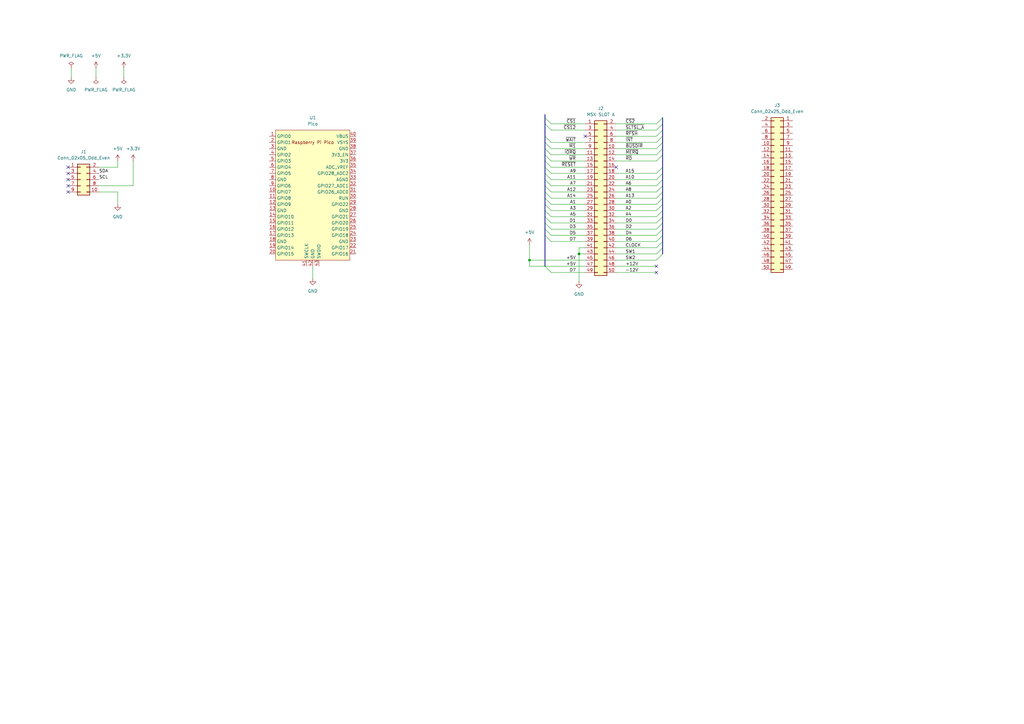
<source format=kicad_sch>
(kicad_sch (version 20231120) (generator "eeschema") (generator_version "8.0")
  (paper "A3")
  (lib_symbols
    (symbol "Connector_Generic:Conn_02x05_Odd_Even" (pin_names (offset 1.016) hide)
      (property "Reference" "J" (at 1.27 7.62 0))
      (property "Value" "Conn_02x05_Odd_Even" (at 1.27 -7.62 0))
      (symbol "Conn_02x05_Odd_Even_1_1"
        (rectangle (start -1.27 -4.953) (end 0 -5.207) (stroke (width 0.1524)))
        (rectangle (start -1.27 -2.413) (end 0 -2.667) (stroke (width 0.1524)))
        (rectangle (start -1.27 0.127) (end 0 -0.127) (stroke (width 0.1524)))
        (rectangle (start -1.27 2.667) (end 0 2.413) (stroke (width 0.1524)))
        (rectangle (start -1.27 5.207) (end 0 4.953) (stroke (width 0.1524)))
        (rectangle (start -1.27 6.35) (end 3.81 -6.35) (stroke (width 0.254)) (fill (type background)))
        (rectangle (start 3.81 -4.953) (end 2.54 -5.207) (stroke (width 0.1524)))
        (rectangle (start 3.81 -2.413) (end 2.54 -2.667) (stroke (width 0.1524)))
        (rectangle (start 3.81 0.127) (end 2.54 -0.127) (stroke (width 0.1524)))
        (rectangle (start 3.81 2.667) (end 2.54 2.413) (stroke (width 0.1524)))
        (rectangle (start 3.81 5.207) (end 2.54 4.953) (stroke (width 0.1524)))
        (pin passive line (at -5.08 5.08 0) (length 3.81) (name "Pin_1") (number "1"))
        (pin passive line (at 7.62 -5.08 180) (length 3.81) (name "Pin_10") (number "10"))
        (pin passive line (at 7.62 5.08 180) (length 3.81) (name "Pin_2") (number "2"))
        (pin passive line (at -5.08 2.54 0) (length 3.81) (name "Pin_3") (number "3"))
        (pin passive line (at 7.62 2.54 180) (length 3.81) (name "Pin_4") (number "4"))
        (pin passive line (at -5.08 0 0) (length 3.81) (name "Pin_5") (number "5"))
        (pin passive line (at 7.62 0 180) (length 3.81) (name "Pin_6") (number "6"))
        (pin passive line (at -5.08 -2.54 0) (length 3.81) (name "Pin_7") (number "7"))
        (pin passive line (at 7.62 -2.54 180) (length 3.81) (name "Pin_8") (number "8"))
        (pin passive line (at -5.08 -5.08 0) (length 3.81) (name "Pin_9") (number "9"))
      )
    )
    (symbol "Connector_Generic:Conn_02x25_Odd_Even" (pin_names (offset 1.016) hide)
      (property "Reference" "J" (at 1.27 33.02 0))
      (property "Value" "Conn_02x25_Odd_Even" (at 1.27 -33.02 0))
      (symbol "Conn_02x25_Odd_Even_1_1"
        (rectangle (start -1.27 -30.353) (end 0 -30.607) (stroke (width 0.1524)))
        (rectangle (start -1.27 -27.813) (end 0 -28.067) (stroke (width 0.1524)))
        (rectangle (start -1.27 -25.273) (end 0 -25.527) (stroke (width 0.1524)))
        (rectangle (start -1.27 -22.733) (end 0 -22.987) (stroke (width 0.1524)))
        (rectangle (start -1.27 -20.193) (end 0 -20.447) (stroke (width 0.1524)))
        (rectangle (start -1.27 -17.653) (end 0 -17.907) (stroke (width 0.1524)))
        (rectangle (start -1.27 -15.113) (end 0 -15.367) (stroke (width 0.1524)))
        (rectangle (start -1.27 -12.573) (end 0 -12.827) (stroke (width 0.1524)))
        (rectangle (start -1.27 -10.033) (end 0 -10.287) (stroke (width 0.1524)))
        (rectangle (start -1.27 -7.493) (end 0 -7.747) (stroke (width 0.1524)))
        (rectangle (start -1.27 -4.953) (end 0 -5.207) (stroke (width 0.1524)))
        (rectangle (start -1.27 -2.413) (end 0 -2.667) (stroke (width 0.1524)))
        (rectangle (start -1.27 0.127) (end 0 -0.127) (stroke (width 0.1524)))
        (rectangle (start -1.27 2.667) (end 0 2.413) (stroke (width 0.1524)))
        (rectangle (start -1.27 5.207) (end 0 4.953) (stroke (width 0.1524)))
        (rectangle (start -1.27 7.747) (end 0 7.493) (stroke (width 0.1524)))
        (rectangle (start -1.27 10.287) (end 0 10.033) (stroke (width 0.1524)))
        (rectangle (start -1.27 12.827) (end 0 12.573) (stroke (width 0.1524)))
        (rectangle (start -1.27 15.367) (end 0 15.113) (stroke (width 0.1524)))
        (rectangle (start -1.27 17.907) (end 0 17.653) (stroke (width 0.1524)))
        (rectangle (start -1.27 20.447) (end 0 20.193) (stroke (width 0.1524)))
        (rectangle (start -1.27 22.987) (end 0 22.733) (stroke (width 0.1524)))
        (rectangle (start -1.27 25.527) (end 0 25.273) (stroke (width 0.1524)))
        (rectangle (start -1.27 28.067) (end 0 27.813) (stroke (width 0.1524)))
        (rectangle (start -1.27 30.607) (end 0 30.353) (stroke (width 0.1524)))
        (rectangle (start -1.27 31.75) (end 3.81 -31.75) (stroke (width 0.254)) (fill (type background)))
        (rectangle (start 3.81 -30.353) (end 2.54 -30.607) (stroke (width 0.1524)))
        (rectangle (start 3.81 -27.813) (end 2.54 -28.067) (stroke (width 0.1524)))
        (rectangle (start 3.81 -25.273) (end 2.54 -25.527) (stroke (width 0.1524)))
        (rectangle (start 3.81 -22.733) (end 2.54 -22.987) (stroke (width 0.1524)))
        (rectangle (start 3.81 -20.193) (end 2.54 -20.447) (stroke (width 0.1524)))
        (rectangle (start 3.81 -17.653) (end 2.54 -17.907) (stroke (width 0.1524)))
        (rectangle (start 3.81 -15.113) (end 2.54 -15.367) (stroke (width 0.1524)))
        (rectangle (start 3.81 -12.573) (end 2.54 -12.827) (stroke (width 0.1524)))
        (rectangle (start 3.81 -10.033) (end 2.54 -10.287) (stroke (width 0.1524)))
        (rectangle (start 3.81 -7.493) (end 2.54 -7.747) (stroke (width 0.1524)))
        (rectangle (start 3.81 -4.953) (end 2.54 -5.207) (stroke (width 0.1524)))
        (rectangle (start 3.81 -2.413) (end 2.54 -2.667) (stroke (width 0.1524)))
        (rectangle (start 3.81 0.127) (end 2.54 -0.127) (stroke (width 0.1524)))
        (rectangle (start 3.81 2.667) (end 2.54 2.413) (stroke (width 0.1524)))
        (rectangle (start 3.81 5.207) (end 2.54 4.953) (stroke (width 0.1524)))
        (rectangle (start 3.81 7.747) (end 2.54 7.493) (stroke (width 0.1524)))
        (rectangle (start 3.81 10.287) (end 2.54 10.033) (stroke (width 0.1524)))
        (rectangle (start 3.81 12.827) (end 2.54 12.573) (stroke (width 0.1524)))
        (rectangle (start 3.81 15.367) (end 2.54 15.113) (stroke (width 0.1524)))
        (rectangle (start 3.81 17.907) (end 2.54 17.653) (stroke (width 0.1524)))
        (rectangle (start 3.81 20.447) (end 2.54 20.193) (stroke (width 0.1524)))
        (rectangle (start 3.81 22.987) (end 2.54 22.733) (stroke (width 0.1524)))
        (rectangle (start 3.81 25.527) (end 2.54 25.273) (stroke (width 0.1524)))
        (rectangle (start 3.81 28.067) (end 2.54 27.813) (stroke (width 0.1524)))
        (rectangle (start 3.81 30.607) (end 2.54 30.353) (stroke (width 0.1524)))
        (pin passive line (at -5.08 30.48 0) (length 3.81) (name "Pin_1") (number "1"))
        (pin passive line (at 7.62 20.32 180) (length 3.81) (name "Pin_10") (number "10"))
        (pin passive line (at -5.08 17.78 0) (length 3.81) (name "Pin_11") (number "11"))
        (pin passive line (at 7.62 17.78 180) (length 3.81) (name "Pin_12") (number "12"))
        (pin passive line (at -5.08 15.24 0) (length 3.81) (name "Pin_13") (number "13"))
        (pin passive line (at 7.62 15.24 180) (length 3.81) (name "Pin_14") (number "14"))
        (pin passive line (at -5.08 12.7 0) (length 3.81) (name "Pin_15") (number "15"))
        (pin passive line (at 7.62 12.7 180) (length 3.81) (name "Pin_16") (number "16"))
        (pin passive line (at -5.08 10.16 0) (length 3.81) (name "Pin_17") (number "17"))
        (pin passive line (at 7.62 10.16 180) (length 3.81) (name "Pin_18") (number "18"))
        (pin passive line (at -5.08 7.62 0) (length 3.81) (name "Pin_19") (number "19"))
        (pin passive line (at 7.62 30.48 180) (length 3.81) (name "Pin_2") (number "2"))
        (pin passive line (at 7.62 7.62 180) (length 3.81) (name "Pin_20") (number "20"))
        (pin passive line (at -5.08 5.08 0) (length 3.81) (name "Pin_21") (number "21"))
        (pin passive line (at 7.62 5.08 180) (length 3.81) (name "Pin_22") (number "22"))
        (pin passive line (at -5.08 2.54 0) (length 3.81) (name "Pin_23") (number "23"))
        (pin passive line (at 7.62 2.54 180) (length 3.81) (name "Pin_24") (number "24"))
        (pin passive line (at -5.08 0 0) (length 3.81) (name "Pin_25") (number "25"))
        (pin passive line (at 7.62 0 180) (length 3.81) (name "Pin_26") (number "26"))
        (pin passive line (at -5.08 -2.54 0) (length 3.81) (name "Pin_27") (number "27"))
        (pin passive line (at 7.62 -2.54 180) (length 3.81) (name "Pin_28") (number "28"))
        (pin passive line (at -5.08 -5.08 0) (length 3.81) (name "Pin_29") (number "29"))
        (pin passive line (at -5.08 27.94 0) (length 3.81) (name "Pin_3") (number "3"))
        (pin passive line (at 7.62 -5.08 180) (length 3.81) (name "Pin_30") (number "30"))
        (pin passive line (at -5.08 -7.62 0) (length 3.81) (name "Pin_31") (number "31"))
        (pin passive line (at 7.62 -7.62 180) (length 3.81) (name "Pin_32") (number "32"))
        (pin passive line (at -5.08 -10.16 0) (length 3.81) (name "Pin_33") (number "33"))
        (pin passive line (at 7.62 -10.16 180) (length 3.81) (name "Pin_34") (number "34"))
        (pin passive line (at -5.08 -12.7 0) (length 3.81) (name "Pin_35") (number "35"))
        (pin passive line (at 7.62 -12.7 180) (length 3.81) (name "Pin_36") (number "36"))
        (pin passive line (at -5.08 -15.24 0) (length 3.81) (name "Pin_37") (number "37"))
        (pin passive line (at 7.62 -15.24 180) (length 3.81) (name "Pin_38") (number "38"))
        (pin passive line (at -5.08 -17.78 0) (length 3.81) (name "Pin_39") (number "39"))
        (pin passive line (at 7.62 27.94 180) (length 3.81) (name "Pin_4") (number "4"))
        (pin passive line (at 7.62 -17.78 180) (length 3.81) (name "Pin_40") (number "40"))
        (pin passive line (at -5.08 -20.32 0) (length 3.81) (name "Pin_41") (number "41"))
        (pin passive line (at 7.62 -20.32 180) (length 3.81) (name "Pin_42") (number "42"))
        (pin passive line (at -5.08 -22.86 0) (length 3.81) (name "Pin_43") (number "43"))
        (pin passive line (at 7.62 -22.86 180) (length 3.81) (name "Pin_44") (number "44"))
        (pin passive line (at -5.08 -25.4 0) (length 3.81) (name "Pin_45") (number "45"))
        (pin passive line (at 7.62 -25.4 180) (length 3.81) (name "Pin_46") (number "46"))
        (pin passive line (at -5.08 -27.94 0) (length 3.81) (name "Pin_47") (number "47"))
        (pin passive line (at 7.62 -27.94 180) (length 3.81) (name "Pin_48") (number "48"))
        (pin passive line (at -5.08 -30.48 0) (length 3.81) (name "Pin_49") (number "49"))
        (pin passive line (at -5.08 25.4 0) (length 3.81) (name "Pin_5") (number "5"))
        (pin passive line (at 7.62 -30.48 180) (length 3.81) (name "Pin_50") (number "50"))
        (pin passive line (at 7.62 25.4 180) (length 3.81) (name "Pin_6") (number "6"))
        (pin passive line (at -5.08 22.86 0) (length 3.81) (name "Pin_7") (number "7"))
        (pin passive line (at 7.62 22.86 180) (length 3.81) (name "Pin_8") (number "8"))
        (pin passive line (at -5.08 20.32 0) (length 3.81) (name "Pin_9") (number "9"))
      )
    )
    (symbol "KiCAD-RP-Pico:Pico"
      (property "Reference" "U" (at -13.97 27.94 0))
      (property "Value" "Pico" (at 0 19.05 0))
      (symbol "Pico_0_0"
        (text "Raspberry Pi Pico" (at 0 21.59 0) (effects (font (size 1.27 1.27))))
      )
      (symbol "Pico_0_1"
        (rectangle (start -15.24 26.67) (end 15.24 -26.67) (fill (type background)))
      )
      (symbol "Pico_1_1"
        (pin bidirectional line (at -17.78 24.13 0) (length 2.54) (name "GPIO0") (number "1"))
        (pin bidirectional line (at -17.78 1.27 0) (length 2.54) (name "GPIO7") (number "10"))
        (pin bidirectional line (at -17.78 -1.27 0) (length 2.54) (name "GPIO8") (number "11"))
        (pin bidirectional line (at -17.78 -3.81 0) (length 2.54) (name "GPIO9") (number "12"))
        (pin power_in line (at -17.78 -6.35 0) (length 2.54) (name "GND") (number "13"))
        (pin bidirectional line (at -17.78 -8.89 0) (length 2.54) (name "GPIO10") (number "14"))
        (pin bidirectional line (at -17.78 -11.43 0) (length 2.54) (name "GPIO11") (number "15"))
        (pin bidirectional line (at -17.78 -13.97 0) (length 2.54) (name "GPIO12") (number "16"))
        (pin bidirectional line (at -17.78 -16.51 0) (length 2.54) (name "GPIO13") (number "17"))
        (pin power_in line (at -17.78 -19.05 0) (length 2.54) (name "GND") (number "18"))
        (pin bidirectional line (at -17.78 -21.59 0) (length 2.54) (name "GPIO14") (number "19"))
        (pin bidirectional line (at -17.78 21.59 0) (length 2.54) (name "GPIO1") (number "2"))
        (pin bidirectional line (at -17.78 -24.13 0) (length 2.54) (name "GPIO15") (number "20"))
        (pin bidirectional line (at 17.78 -24.13 180) (length 2.54) (name "GPIO16") (number "21"))
        (pin bidirectional line (at 17.78 -21.59 180) (length 2.54) (name "GPIO17") (number "22"))
        (pin power_in line (at 17.78 -19.05 180) (length 2.54) (name "GND") (number "23"))
        (pin bidirectional line (at 17.78 -16.51 180) (length 2.54) (name "GPIO18") (number "24"))
        (pin bidirectional line (at 17.78 -13.97 180) (length 2.54) (name "GPIO19") (number "25"))
        (pin bidirectional line (at 17.78 -11.43 180) (length 2.54) (name "GPIO20") (number "26"))
        (pin bidirectional line (at 17.78 -8.89 180) (length 2.54) (name "GPIO21") (number "27"))
        (pin power_in line (at 17.78 -6.35 180) (length 2.54) (name "GND") (number "28"))
        (pin bidirectional line (at 17.78 -3.81 180) (length 2.54) (name "GPIO22") (number "29"))
        (pin power_in line (at -17.78 19.05 0) (length 2.54) (name "GND") (number "3"))
        (pin input line (at 17.78 -1.27 180) (length 2.54) (name "RUN") (number "30"))
        (pin bidirectional line (at 17.78 1.27 180) (length 2.54) (name "GPIO26_ADC0") (number "31"))
        (pin bidirectional line (at 17.78 3.81 180) (length 2.54) (name "GPIO27_ADC1") (number "32"))
        (pin power_in line (at 17.78 6.35 180) (length 2.54) (name "AGND") (number "33"))
        (pin bidirectional line (at 17.78 8.89 180) (length 2.54) (name "GPIO28_ADC2") (number "34"))
        (pin power_in line (at 17.78 11.43 180) (length 2.54) (name "ADC_VREF") (number "35"))
        (pin power_in line (at 17.78 13.97 180) (length 2.54) (name "3V3") (number "36"))
        (pin input line (at 17.78 16.51 180) (length 2.54) (name "3V3_EN") (number "37"))
        (pin bidirectional line (at 17.78 19.05 180) (length 2.54) (name "GND") (number "38"))
        (pin power_in line (at 17.78 21.59 180) (length 2.54) (name "VSYS") (number "39"))
        (pin bidirectional line (at -17.78 16.51 0) (length 2.54) (name "GPIO2") (number "4"))
        (pin power_in line (at 17.78 24.13 180) (length 2.54) (name "VBUS") (number "40"))
        (pin input line (at -2.54 -29.21 90) (length 2.54) (name "SWCLK") (number "41"))
        (pin power_in line (at 0 -29.21 90) (length 2.54) (name "GND") (number "42"))
        (pin bidirectional line (at 2.54 -29.21 90) (length 2.54) (name "SWDIO") (number "43"))
        (pin bidirectional line (at -17.78 13.97 0) (length 2.54) (name "GPIO3") (number "5"))
        (pin bidirectional line (at -17.78 11.43 0) (length 2.54) (name "GPIO4") (number "6"))
        (pin bidirectional line (at -17.78 8.89 0) (length 2.54) (name "GPIO5") (number "7"))
        (pin power_in line (at -17.78 6.35 0) (length 2.54) (name "GND") (number "8"))
        (pin bidirectional line (at -17.78 3.81 0) (length 2.54) (name "GPIO6") (number "9"))
      )
    )
    (symbol "power:+3.3V" (power) (pin_numbers hide) (pin_names (offset 0) hide)
      (property "Value" "+3.3V" (at 0 3.556 0))
      (symbol "+3.3V_0_1"
        (polyline (pts (xy -0.762 1.27) (xy 0 2.54)))
        (polyline (pts (xy 0 0) (xy 0 2.54)))
        (polyline (pts (xy 0 2.54) (xy 0.762 1.27)))
      )
      (symbol "+3.3V_1_1"
        (pin power_in line (at 0 0 90) (length 0) (name "~") (number "1"))
      )
    )
    (symbol "power:+5V" (power) (pin_numbers hide) (pin_names (offset 0) hide)
      (property "Value" "+5V" (at 0 3.556 0))
      (symbol "+5V_0_1"
        (polyline (pts (xy -0.762 1.27) (xy 0 2.54)))
        (polyline (pts (xy 0 0) (xy 0 2.54)))
        (polyline (pts (xy 0 2.54) (xy 0.762 1.27)))
      )
      (symbol "+5V_1_1"
        (pin power_in line (at 0 0 90) (length 0) (name "~") (number "1"))
      )
    )
    (symbol "power:GND" (power) (pin_numbers hide) (pin_names (offset 0) hide)
      (property "Value" "GND" (at 0 -3.81 0))
      (symbol "GND_0_1"
        (polyline (pts (xy 0 0) (xy 0 -1.27) (xy 1.27 -1.27) (xy 0 -2.54) (xy -1.27 -1.27) (xy 0 -1.27)))
      )
      (symbol "GND_1_1"
        (pin power_in line (at 0 0 270) (length 0) (name "~") (number "1"))
      )
    )
    (symbol "power:PWR_FLAG" (power) (pin_numbers hide) (pin_names (offset 0) hide)
      (property "Value" "PWR_FLAG" (at 0 3.81 0))
      (symbol "PWR_FLAG_0_0"
        (pin power_out line (at 0 0 90) (length 0) (name "~") (number "1"))
      )
      (symbol "PWR_FLAG_0_1"
        (polyline (pts (xy 0 0) (xy 0 1.27) (xy -1.016 1.905) (xy 0 2.54) (xy 1.016 1.905) (xy 0 1.27)))
      )
    )
  )
  (junction (at 237.49 104.14))
  (junction (at 217.17 106.68))
  (no_connect (at 240.03 55.88))
  (no_connect (at 27.94 73.66))
  (no_connect (at 27.94 71.12))
  (no_connect (at 27.94 78.74))
  (no_connect (at 27.94 76.2))
  (no_connect (at 269.24 109.22))
  (no_connect (at 27.94 68.58))
  (no_connect (at 269.24 111.76))
  (no_connect (at 252.73 68.58))
  (bus_entry (at 269.24 99.06) (size 2.54 -2.54))
  (bus_entry (at 223.52 66.04) (size 2.54 2.54))
  (bus_entry (at 223.52 60.96) (size 2.54 2.54))
  (bus_entry (at 269.24 76.2) (size 2.54 -2.54))
  (bus_entry (at 269.24 88.9) (size 2.54 -2.54))
  (bus_entry (at 223.52 96.52) (size 2.54 2.54))
  (bus_entry (at 223.52 88.9) (size 2.54 2.54))
  (bus_entry (at 223.52 73.66) (size 2.54 2.54))
  (bus_entry (at 223.52 63.5) (size 2.54 2.54))
  (bus_entry (at 223.52 50.8) (size 2.54 2.54))
  (bus_entry (at 269.24 55.88) (size 2.54 -2.54))
  (bus_entry (at 269.24 71.12) (size 2.54 -2.54))
  (bus_entry (at 223.52 81.28) (size 2.54 2.54))
  (bus_entry (at 269.24 93.98) (size 2.54 -2.54))
  (bus_entry (at 223.52 58.42) (size 2.54 2.54))
  (bus_entry (at 223.52 48.26) (size 2.54 2.54))
  (bus_entry (at 269.24 63.5) (size 2.54 -2.54))
  (bus_entry (at 223.52 91.44) (size 2.54 2.54))
  (bus_entry (at 269.24 96.52) (size 2.54 -2.54))
  (bus_entry (at 223.52 76.2) (size 2.54 2.54))
  (bus_entry (at 223.52 55.88) (size 2.54 2.54))
  (bus_entry (at 223.52 93.98) (size 2.54 2.54))
  (bus_entry (at 269.24 104.14) (size 2.54 -2.54))
  (bus_entry (at 269.24 53.34) (size 2.54 -2.54))
  (bus_entry (at 223.52 86.36) (size 2.54 2.54))
  (bus_entry (at 223.52 109.22) (size 2.54 2.54))
  (bus_entry (at 223.52 78.74) (size 2.54 2.54))
  (bus_entry (at 269.24 86.36) (size 2.54 -2.54))
  (bus_entry (at 223.52 71.12) (size 2.54 2.54))
  (bus_entry (at 269.24 81.28) (size 2.54 -2.54))
  (bus_entry (at 269.24 58.42) (size 2.54 -2.54))
  (bus_entry (at 223.52 83.82) (size 2.54 2.54))
  (bus_entry (at 223.52 68.58) (size 2.54 2.54))
  (bus_entry (at 269.24 78.74) (size 2.54 -2.54))
  (bus_entry (at 269.24 91.44) (size 2.54 -2.54))
  (bus_entry (at 269.24 60.96) (size 2.54 -2.54))
  (bus_entry (at 269.24 50.8) (size 2.54 -2.54))
  (bus_entry (at 269.24 66.04) (size 2.54 -2.54))
  (bus_entry (at 269.24 106.68) (size 2.54 -2.54))
  (bus_entry (at 269.24 73.66) (size 2.54 -2.54))
  (bus_entry (at 269.24 101.6) (size 2.54 -2.54))
  (bus_entry (at 269.24 83.82) (size 2.54 -2.54))
  (bus (pts (xy 271.78 91.44) (xy 271.78 93.98)))
  (wire (pts (xy 226.06 83.82) (xy 240.03 83.82)))
  (wire (pts (xy 39.37 27.94) (xy 39.37 31.75)))
  (wire (pts (xy 226.06 81.28) (xy 240.03 81.28)))
  (wire (pts (xy 252.73 93.98) (xy 269.24 93.98)))
  (wire (pts (xy 226.06 86.36) (xy 240.03 86.36)))
  (wire (pts (xy 128.27 109.22) (xy 128.27 114.3)))
  (bus (pts (xy 271.78 71.12) (xy 271.78 73.66)))
  (bus (pts (xy 271.78 63.5) (xy 271.78 68.58)))
  (bus (pts (xy 223.52 55.88) (xy 223.52 58.42)))
  (wire (pts (xy 252.73 73.66) (xy 269.24 73.66)))
  (wire (pts (xy 252.73 55.88) (xy 269.24 55.88)))
  (wire (pts (xy 252.73 78.74) (xy 269.24 78.74)))
  (wire (pts (xy 226.06 50.8) (xy 240.03 50.8)))
  (wire (pts (xy 252.73 58.42) (xy 269.24 58.42)))
  (bus (pts (xy 223.52 66.04) (xy 223.52 68.58)))
  (wire (pts (xy 217.17 109.22) (xy 217.17 106.68)))
  (wire (pts (xy 223.52 109.22) (xy 240.03 109.22)))
  (wire (pts (xy 252.73 71.12) (xy 269.24 71.12)))
  (wire (pts (xy 48.26 66.04) (xy 48.26 68.58)))
  (bus (pts (xy 271.78 48.26) (xy 271.78 50.8)))
  (bus (pts (xy 223.52 76.2) (xy 223.52 78.74)))
  (wire (pts (xy 217.17 106.68) (xy 240.03 106.68)))
  (bus (pts (xy 223.52 88.9) (xy 223.52 91.44)))
  (bus (pts (xy 223.52 63.5) (xy 223.52 66.04)))
  (bus (pts (xy 223.52 73.66) (xy 223.52 76.2)))
  (wire (pts (xy 226.06 63.5) (xy 240.03 63.5)))
  (wire (pts (xy 48.26 78.74) (xy 40.64 78.74)))
  (bus (pts (xy 271.78 76.2) (xy 271.78 78.74)))
  (wire (pts (xy 29.21 27.94) (xy 29.21 31.75)))
  (wire (pts (xy 226.06 91.44) (xy 240.03 91.44)))
  (bus (pts (xy 271.78 86.36) (xy 271.78 88.9)))
  (bus (pts (xy 271.78 101.6) (xy 271.78 104.14)))
  (wire (pts (xy 240.03 104.14) (xy 237.49 104.14)))
  (bus (pts (xy 223.52 60.96) (xy 223.52 63.5)))
  (bus (pts (xy 223.52 93.98) (xy 223.52 96.52)))
  (wire (pts (xy 252.73 76.2) (xy 269.24 76.2)))
  (bus (pts (xy 271.78 60.96) (xy 271.78 63.5)))
  (wire (pts (xy 252.73 101.6) (xy 269.24 101.6)))
  (wire (pts (xy 226.06 73.66) (xy 240.03 73.66)))
  (wire (pts (xy 252.73 81.28) (xy 269.24 81.28)))
  (bus (pts (xy 271.78 73.66) (xy 271.78 76.2)))
  (wire (pts (xy 252.73 106.68) (xy 269.24 106.68)))
  (wire (pts (xy 252.73 66.04) (xy 269.24 66.04)))
  (bus (pts (xy 223.52 58.42) (xy 223.52 60.96)))
  (bus (pts (xy 223.52 68.58) (xy 223.52 71.12)))
  (wire (pts (xy 252.73 86.36) (xy 269.24 86.36)))
  (wire (pts (xy 252.73 50.8) (xy 269.24 50.8)))
  (bus (pts (xy 271.78 78.74) (xy 271.78 81.28)))
  (bus (pts (xy 223.52 48.26) (xy 223.52 50.8)))
  (bus (pts (xy 223.52 46.99) (xy 223.52 48.26)))
  (bus (pts (xy 223.52 96.52) (xy 223.52 109.22)))
  (wire (pts (xy 217.17 106.68) (xy 217.17 100.33)))
  (wire (pts (xy 226.06 53.34) (xy 240.03 53.34)))
  (bus (pts (xy 223.52 50.8) (xy 223.52 55.88)))
  (bus (pts (xy 271.78 81.28) (xy 271.78 83.82)))
  (bus (pts (xy 223.52 83.82) (xy 223.52 86.36)))
  (wire (pts (xy 226.06 93.98) (xy 240.03 93.98)))
  (bus (pts (xy 271.78 50.8) (xy 271.78 53.34)))
  (wire (pts (xy 40.64 76.2) (xy 54.61 76.2)))
  (bus (pts (xy 223.52 71.12) (xy 223.52 73.66)))
  (wire (pts (xy 226.06 99.06) (xy 240.03 99.06)))
  (wire (pts (xy 237.49 104.14) (xy 237.49 115.57)))
  (wire (pts (xy 252.73 109.22) (xy 269.24 109.22)))
  (wire (pts (xy 226.06 60.96) (xy 240.03 60.96)))
  (bus (pts (xy 271.78 88.9) (xy 271.78 91.44)))
  (bus (pts (xy 271.78 58.42) (xy 271.78 60.96)))
  (wire (pts (xy 50.8 27.94) (xy 50.8 31.75)))
  (bus (pts (xy 223.52 81.28) (xy 223.52 83.82)))
  (wire (pts (xy 54.61 76.2) (xy 54.61 66.04)))
  (wire (pts (xy 252.73 96.52) (xy 269.24 96.52)))
  (wire (pts (xy 226.06 78.74) (xy 240.03 78.74)))
  (wire (pts (xy 252.73 60.96) (xy 269.24 60.96)))
  (wire (pts (xy 252.73 83.82) (xy 269.24 83.82)))
  (wire (pts (xy 48.26 68.58) (xy 40.64 68.58)))
  (bus (pts (xy 223.52 91.44) (xy 223.52 93.98)))
  (wire (pts (xy 226.06 68.58) (xy 240.03 68.58)))
  (wire (pts (xy 252.73 88.9) (xy 269.24 88.9)))
  (wire (pts (xy 252.73 63.5) (xy 269.24 63.5)))
  (bus (pts (xy 271.78 55.88) (xy 271.78 58.42)))
  (bus (pts (xy 271.78 96.52) (xy 271.78 99.06)))
  (bus (pts (xy 271.78 83.82) (xy 271.78 86.36)))
  (bus (pts (xy 271.78 93.98) (xy 271.78 96.52)))
  (wire (pts (xy 226.06 88.9) (xy 240.03 88.9)))
  (bus (pts (xy 271.78 68.58) (xy 271.78 71.12)))
  (wire (pts (xy 252.73 99.06) (xy 269.24 99.06)))
  (wire (pts (xy 48.26 78.74) (xy 48.26 83.82)))
  (bus (pts (xy 223.52 86.36) (xy 223.52 88.9)))
  (wire (pts (xy 226.06 76.2) (xy 240.03 76.2)))
  (wire (pts (xy 237.49 101.6) (xy 237.49 104.14)))
  (wire (pts (xy 226.06 111.76) (xy 240.03 111.76)))
  (wire (pts (xy 240.03 101.6) (xy 237.49 101.6)))
  (wire (pts (xy 252.73 53.34) (xy 269.24 53.34)))
  (wire (pts (xy 223.52 109.22) (xy 217.17 109.22)))
  (wire (pts (xy 226.06 58.42) (xy 240.03 58.42)))
  (wire (pts (xy 252.73 104.14) (xy 269.24 104.14)))
  (wire (pts (xy 226.06 71.12) (xy 240.03 71.12)))
  (bus (pts (xy 271.78 53.34) (xy 271.78 55.88)))
  (wire (pts (xy 252.73 111.76) (xy 269.24 111.76)))
  (bus (pts (xy 223.52 78.74) (xy 223.52 81.28)))
  (wire (pts (xy 252.73 91.44) (xy 269.24 91.44)))
  (bus (pts (xy 271.78 99.06) (xy 271.78 101.6)))
  (wire (pts (xy 226.06 96.52) (xy 240.03 96.52)))
  (wire (pts (xy 226.06 66.04) (xy 240.03 66.04)))
  (label "~{SLTSL_A}" (at 256.54 53.34 0))
  (label "A6" (at 256.54 76.2 0))
  (label "A5" (at 236.22 88.9 180))
  (label "~{WR}" (at 236.22 66.04 180))
  (label "SCL" (at 40.64 73.66 0))
  (label "~{RFSH}" (at 256.54 55.88 0))
  (label "~{MERQ}" (at 256.54 63.5 0))
  (label "D4" (at 256.54 96.52 0))
  (label "-12V" (at 256.54 111.76 0))
  (label "~{INT}" (at 256.54 58.42 0))
  (label "A8" (at 256.54 78.74 0))
  (label "A9" (at 236.22 71.12 180))
  (label "D5" (at 236.22 96.52 180))
  (label "A3" (at 236.22 86.36 180))
  (label "D7" (at 236.22 99.06 180))
  (label "A4" (at 256.54 88.9 0))
  (label "~{CS2}" (at 256.54 50.8 0))
  (label "~{BUSDIR}" (at 256.54 60.96 0))
  (label "D2" (at 256.54 93.98 0))
  (label "D6" (at 256.54 99.06 0))
  (label "~{M1}" (at 236.22 60.96 180))
  (label "~{CS1}" (at 236.22 50.8 180))
  (label "SDA" (at 40.64 71.12 0))
  (label "CLOCK" (at 256.54 101.6 0))
  (label "D7" (at 236.22 111.76 180))
  (label "A11" (at 236.22 73.66 180))
  (label "D0" (at 256.54 91.44 0))
  (label "A15" (at 256.54 71.12 0))
  (label "A0" (at 256.54 83.82 0))
  (label "~{RD}" (at 256.54 66.04 0))
  (label "A2" (at 256.54 86.36 0))
  (label "~{IORQ}" (at 236.22 63.5 180))
  (label "A13" (at 256.54 81.28 0))
  (label "A10" (at 256.54 73.66 0))
  (label "~{CS12}" (at 236.22 53.34 180))
  (label "D1" (at 236.22 91.44 180))
  (label "SW1" (at 256.54 104.14 0))
  (label "A1" (at 236.22 83.82 180))
  (label "+5V" (at 236.22 106.68 180))
  (label "A7" (at 236.22 76.2 180))
  (label "~{RESET}" (at 236.22 68.58 180))
  (label "D3" (at 236.22 93.98 180))
  (label "+12V" (at 256.54 109.22 0))
  (label "+5V" (at 236.22 109.22 180))
  (label "A14" (at 236.22 81.28 180))
  (label "SW2" (at 256.54 106.68 0))
  (label "~{WAIT}" (at 236.22 58.42 180))
  (label "A12" (at 236.22 78.74 180))
  (symbol (lib_id "power:GND") (at 29.21 31.75 0) (unit 1)
    (property "Reference" "#PWR01" (effects (hide yes)))
    (property "Value" "GND" (at 29.21 36.83 0))
    (property "Description" "Power symbol creates a global label with name \"GND\" , ground" (effects (hide yes)))
  )
  (symbol (lib_id "power:+5V") (at 39.37 27.94 0) (unit 1)
    (property "Reference" "#PWR02" (effects (hide yes)))
    (property "Value" "+5V" (at 39.37 22.86 0))
    (property "Description" "Power symbol creates a global label with name \"+5V\"" (effects (hide yes)))
  )
  (symbol (lib_id "power:GND") (at 237.49 115.57 0) (unit 1)
    (property "Reference" "#PWR09" (effects (hide yes)))
    (property "Value" "GND" (at 237.49 120.65 0))
    (property "Description" "Power symbol creates a global label with name \"GND\" , ground" (effects (hide yes)))
  )
  (symbol (lib_id "Connector_Generic:Conn_02x25_Odd_Even") (at 320.04 80.01 0) (mirror y) (unit 1)
    (property "Reference" "J3" (at 318.77 43.18 0))
    (property "Value" "Conn_02x25_Odd_Even" (at 318.77 45.72 0))
    (property "Description" "Generic connector, double row, 02x25, odd/even pin numbering scheme (row 1 odd numbers, row 2 even numbers), script generated (kicad-library-utils/schlib/autogen/connector/)" (effects (hide yes)))
  )
  (symbol (lib_id "Connector_Generic:Conn_02x05_Odd_Even") (at 33.02 73.66 0) (unit 1)
    (property "Reference" "J1" (at 34.29 62.23 0))
    (property "Value" "Conn_02x05_Odd_Even" (at 34.29 64.77 0))
    (property "Footprint" "Connector_IDC:IDC-Header_2x05_P2.54mm_Vertical" (effects (hide yes)))
    (property "Description" "Generic connector, double row, 02x05, odd/even pin numbering scheme (row 1 odd numbers, row 2 even numbers), script generated (kicad-library-utils/schlib/autogen/connector/)" (effects (hide yes)))
  )
  (symbol (lib_id "power:+3.3V") (at 54.61 66.04 0) (unit 1)
    (property "Reference" "#PWR06" (effects (hide yes)))
    (property "Value" "+3.3V" (at 54.61 60.96 0))
    (property "Description" "Power symbol creates a global label with name \"+3.3V\"" (effects (hide yes)))
  )
  (symbol (lib_id "power:GND") (at 128.27 114.3 0) (unit 1)
    (property "Reference" "#PWR08" (effects (hide yes)))
    (property "Value" "GND" (at 128.27 119.38 0))
    (property "Description" "Power symbol creates a global label with name \"GND\" , ground" (effects (hide yes)))
  )
  (symbol (lib_id "power:PWR_FLAG") (at 29.21 27.94 0) (unit 1)
    (property "Reference" "#FLG01" (effects (hide yes)))
    (property "Value" "PWR_FLAG" (at 29.21 22.86 0))
    (property "Description" "Special symbol for telling ERC where power comes from" (effects (hide yes)))
  )
  (symbol (lib_id "power:+5V") (at 217.17 100.33 0) (unit 1)
    (property "Reference" "#PWR07" (effects (hide yes)))
    (property "Value" "+5V" (at 217.17 95.25 0))
    (property "Description" "Power symbol creates a global label with name \"+5V\"" (effects (hide yes)))
  )
  (symbol (lib_id "power:GND") (at 48.26 83.82 0) (unit 1)
    (property "Reference" "#PWR05" (effects (hide yes)))
    (property "Value" "GND" (at 48.26 88.9 0))
    (property "Description" "Power symbol creates a global label with name \"GND\" , ground" (effects (hide yes)))
  )
  (symbol (lib_id "power:+5V") (at 48.26 66.04 0) (unit 1)
    (property "Reference" "#PWR04" (effects (hide yes)))
    (property "Value" "+5V" (at 48.26 60.96 0))
    (property "Description" "Power symbol creates a global label with name \"+5V\"" (effects (hide yes)))
  )
  (symbol (lib_id "KiCAD-RP-Pico:Pico") (at 128.27 80.01 0) (unit 1)
    (property "Reference" "U1" (at 128.27 48.26 0))
    (property "Value" "Pico" (at 128.27 50.8 0))
    (property "Footprint" "RPi_Pico:RPi_Pico_SMD_TH" (effects (hide yes)))
  )
  (symbol (lib_id "power:PWR_FLAG") (at 39.37 31.75 180) (unit 1)
    (property "Reference" "#FLG02" (effects (hide yes)))
    (property "Value" "PWR_FLAG" (at 39.37 36.83 0))
    (property "Description" "Special symbol for telling ERC where power comes from" (effects (hide yes)))
  )
  (symbol (lib_id "Connector_Generic:Conn_02x25_Odd_Even") (at 245.11 81.28 0) (unit 1)
    (property "Reference" "J2" (at 246.38 44.45 0))
    (property "Value" "MSX SLOT A" (at 246.38 46.99 0))
    (property "Description" "Generic connector, double row, 02x25, odd/even pin numbering scheme (row 1 odd numbers, row 2 even numbers), script generated (kicad-library-utils/schlib/autogen/connector/)" (effects (hide yes)))
  )
  (symbol (lib_id "power:PWR_FLAG") (at 50.8 31.75 180) (unit 1)
    (property "Reference" "#FLG03" (effects (hide yes)))
    (property "Value" "PWR_FLAG" (at 50.8 36.83 0))
    (property "Description" "Special symbol for telling ERC where power comes from" (effects (hide yes)))
  )
  (symbol (lib_id "power:+3.3V") (at 50.8 27.94 0) (unit 1)
    (property "Reference" "#PWR03" (effects (hide yes)))
    (property "Value" "+3.3V" (at 50.8 22.86 0))
    (property "Description" "Power symbol creates a global label with name \"+3.3V\"" (effects (hide yes)))
  )
)
</source>
